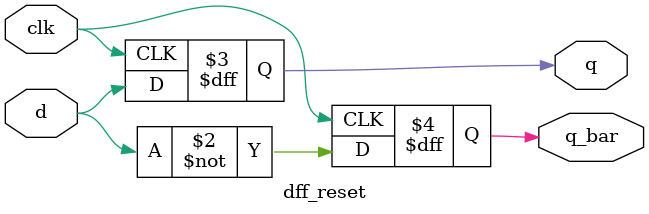
<source format=sv>
module top_module (
    input clk,
    input x,
    output z
);

    wire q1, q2, q3, q1_bar, q2_bar, q3_bar;
    wire xor_out, and_out, or_out;

    // D flip-flops
    dff_reset d1 (.clk(clk), .d(xor_out), .q(q1), .q_bar(q1_bar));
    dff_reset d2 (.clk(clk), .d(and_out), .q(q2), .q_bar(q2_bar));
    dff_reset d3 (.clk(clk), .d(or_out), .q(q3), .q_bar(q3_bar));

    // Combinational logic
    assign xor_out = x ^ q1;
    assign and_out = x & q2_bar;
    assign or_out = x | q3_bar;

    // Output logic
    assign z = ~(xor_out ^ and_out ^ or_out);

endmodule
module dff_reset (
    input clk,
    input d,
    output reg q,
    output reg q_bar
);

    always @(posedge clk) begin
        q <= d;
        q_bar <= ~d;
    end

endmodule

</source>
